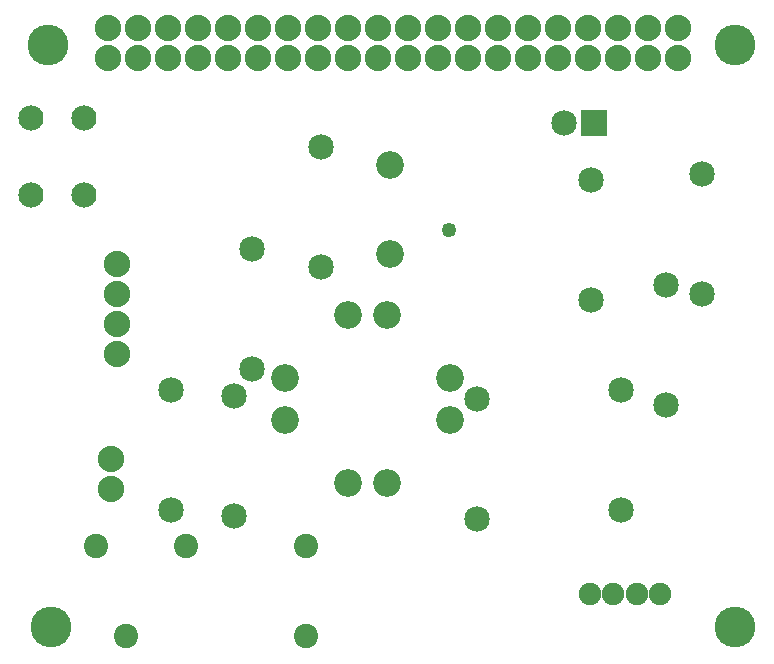
<source format=gbs>
G04 MADE WITH FRITZING*
G04 WWW.FRITZING.ORG*
G04 DOUBLE SIDED*
G04 HOLES PLATED*
G04 CONTOUR ON CENTER OF CONTOUR VECTOR*
%ASAXBY*%
%FSLAX23Y23*%
%MOIN*%
%OFA0B0*%
%SFA1.0B1.0*%
%ADD10C,0.135984*%
%ADD11C,0.088000*%
%ADD12C,0.084000*%
%ADD13C,0.081181*%
%ADD14C,0.075000*%
%ADD15C,0.085000*%
%ADD16C,0.092000*%
%ADD17C,0.049370*%
%ADD18R,0.085000X0.085000*%
%ADD19C,0.030000*%
%LNMASK0*%
G90*
G70*
G54D10*
X2430Y2080D03*
X140Y2080D03*
X150Y140D03*
X2430Y140D03*
G54D11*
X339Y2135D03*
X439Y2135D03*
X539Y2135D03*
X639Y2135D03*
X739Y2135D03*
X839Y2135D03*
X939Y2135D03*
X1039Y2135D03*
X1139Y2135D03*
X1239Y2135D03*
X1339Y2135D03*
X1439Y2135D03*
X1539Y2135D03*
X1639Y2135D03*
X1739Y2135D03*
X1839Y2135D03*
X1939Y2135D03*
X2039Y2135D03*
X2139Y2135D03*
X2239Y2135D03*
X339Y2135D03*
X439Y2135D03*
X539Y2135D03*
X639Y2135D03*
X739Y2135D03*
X839Y2135D03*
X939Y2135D03*
X1039Y2135D03*
X1139Y2135D03*
X1239Y2135D03*
X1339Y2135D03*
X1439Y2135D03*
X1539Y2135D03*
X1639Y2135D03*
X1739Y2135D03*
X1839Y2135D03*
X1939Y2135D03*
X2039Y2135D03*
X2139Y2135D03*
X2239Y2135D03*
X2239Y2035D03*
X2139Y2035D03*
X2039Y2035D03*
X1939Y2035D03*
X1839Y2035D03*
X1739Y2035D03*
X1639Y2035D03*
X1539Y2035D03*
X1439Y2035D03*
X1339Y2035D03*
X1239Y2035D03*
X1139Y2035D03*
X1039Y2035D03*
X939Y2035D03*
X839Y2035D03*
X739Y2035D03*
X639Y2035D03*
X539Y2035D03*
X439Y2035D03*
X339Y2035D03*
X339Y2135D03*
X439Y2135D03*
X539Y2135D03*
X639Y2135D03*
X739Y2135D03*
X839Y2135D03*
X939Y2135D03*
X1039Y2135D03*
X1139Y2135D03*
X1239Y2135D03*
X1339Y2135D03*
X1439Y2135D03*
X1539Y2135D03*
X1639Y2135D03*
X1739Y2135D03*
X1839Y2135D03*
X1939Y2135D03*
X2039Y2135D03*
X2139Y2135D03*
X2239Y2135D03*
X339Y2135D03*
X439Y2135D03*
X539Y2135D03*
X639Y2135D03*
X739Y2135D03*
X839Y2135D03*
X939Y2135D03*
X1039Y2135D03*
X1139Y2135D03*
X1239Y2135D03*
X1339Y2135D03*
X1439Y2135D03*
X1539Y2135D03*
X1639Y2135D03*
X1739Y2135D03*
X1839Y2135D03*
X1939Y2135D03*
X2039Y2135D03*
X2139Y2135D03*
X2239Y2135D03*
X2239Y2035D03*
X2139Y2035D03*
X2039Y2035D03*
X1939Y2035D03*
X1839Y2035D03*
X1739Y2035D03*
X1639Y2035D03*
X1539Y2035D03*
X1439Y2035D03*
X1339Y2035D03*
X1239Y2035D03*
X1139Y2035D03*
X1039Y2035D03*
X939Y2035D03*
X839Y2035D03*
X739Y2035D03*
X639Y2035D03*
X539Y2035D03*
X439Y2035D03*
X339Y2035D03*
X350Y700D03*
X350Y600D03*
X370Y1350D03*
X370Y1250D03*
X370Y1150D03*
X370Y1050D03*
G54D12*
X260Y1836D03*
X260Y1580D03*
X82Y1836D03*
X82Y1580D03*
G54D13*
X400Y110D03*
X1000Y110D03*
X1000Y410D03*
X300Y410D03*
X600Y410D03*
G54D14*
X1944Y250D03*
X2023Y250D03*
X2102Y250D03*
X2180Y250D03*
G54D15*
X1950Y1630D03*
X1950Y1230D03*
X1050Y1740D03*
X1050Y1340D03*
X820Y1400D03*
X820Y1000D03*
X1570Y900D03*
X1570Y500D03*
X760Y910D03*
X760Y510D03*
X550Y930D03*
X550Y530D03*
X2200Y1280D03*
X2200Y880D03*
X2050Y930D03*
X2050Y530D03*
X2320Y1650D03*
X2320Y1250D03*
G54D16*
X1280Y1680D03*
X1280Y1382D03*
X1140Y620D03*
X930Y831D03*
X1140Y1180D03*
X930Y969D03*
X1480Y830D03*
X1270Y619D03*
X1480Y970D03*
X1270Y1181D03*
G54D15*
X1960Y1820D03*
X1860Y1820D03*
G54D17*
X1476Y1464D03*
G54D18*
X1960Y1820D03*
G54D19*
G36*
X1311Y1650D02*
X1249Y1650D01*
X1249Y1712D01*
X1311Y1712D01*
X1311Y1650D01*
G37*
D02*
G36*
X1097Y619D02*
X1141Y663D01*
X1185Y619D01*
X1141Y575D01*
X1097Y619D01*
G37*
D02*
G36*
X1141Y1137D02*
X1097Y1181D01*
X1141Y1224D01*
X1185Y1181D01*
X1141Y1137D01*
G37*
D02*
G36*
X1481Y787D02*
X1437Y831D01*
X1481Y874D01*
X1525Y831D01*
X1481Y787D01*
G37*
D02*
G36*
X1437Y969D02*
X1481Y1013D01*
X1525Y969D01*
X1481Y925D01*
X1437Y969D01*
G37*
D02*
G04 End of Mask0*
M02*
</source>
